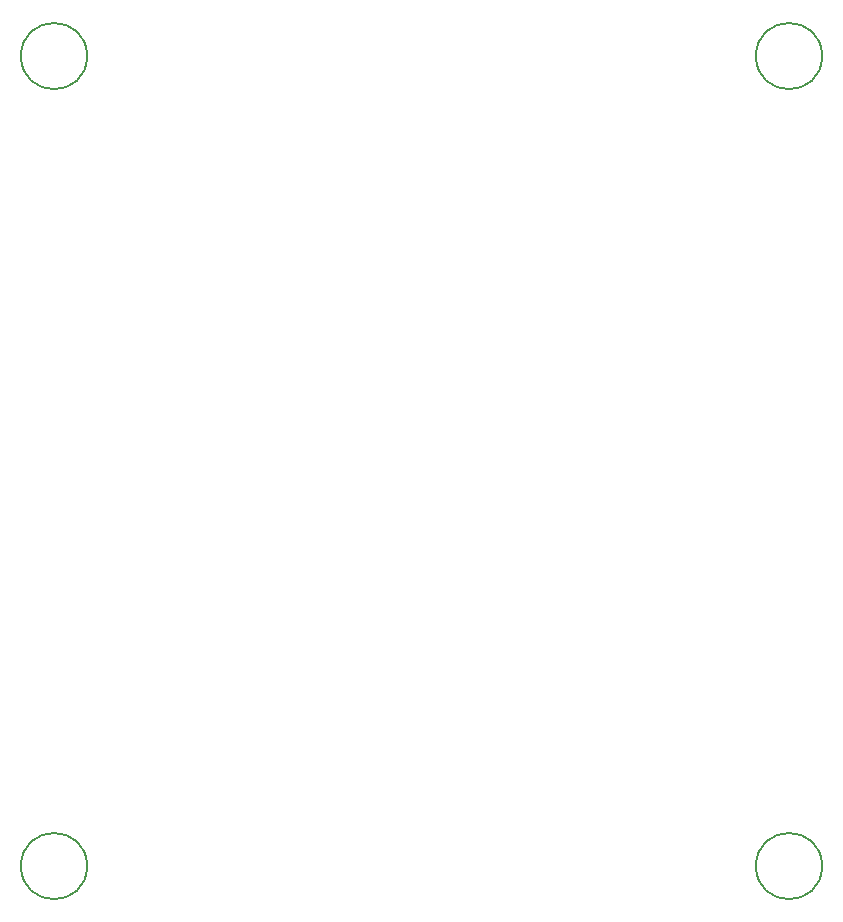
<source format=gbr>
G04 #@! TF.GenerationSoftware,KiCad,Pcbnew,5.0.2-bee76a0~70~ubuntu18.04.1*
G04 #@! TF.CreationDate,2019-02-20T20:23:57+00:00*
G04 #@! TF.ProjectId,lm2596_cc_vc,6c6d3235-3936-45f6-9363-5f76632e6b69,rev?*
G04 #@! TF.SameCoordinates,Original*
G04 #@! TF.FileFunction,Other,Comment*
%FSLAX46Y46*%
G04 Gerber Fmt 4.6, Leading zero omitted, Abs format (unit mm)*
G04 Created by KiCad (PCBNEW 5.0.2-bee76a0~70~ubuntu18.04.1) date Wed 20 Feb 2019 20:23:57 GMT*
%MOMM*%
%LPD*%
G01*
G04 APERTURE LIST*
%ADD10C,0.150000*%
G04 APERTURE END LIST*
D10*
G04 #@! TO.C,REF\002A\002A*
X52330000Y-140970000D02*
G75*
G03X52330000Y-140970000I-2800000J0D01*
G01*
X114560000Y-140970000D02*
G75*
G03X114560000Y-140970000I-2800000J0D01*
G01*
X114560000Y-72390000D02*
G75*
G03X114560000Y-72390000I-2800000J0D01*
G01*
X52330000Y-72390000D02*
G75*
G03X52330000Y-72390000I-2800000J0D01*
G01*
G04 #@! TD*
M02*

</source>
